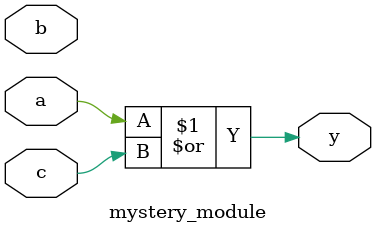
<source format=v>

module mystery_module (
    input a,
    input b,
    input c,
    output y
);

    assign y = a | c;

endmodule

</source>
